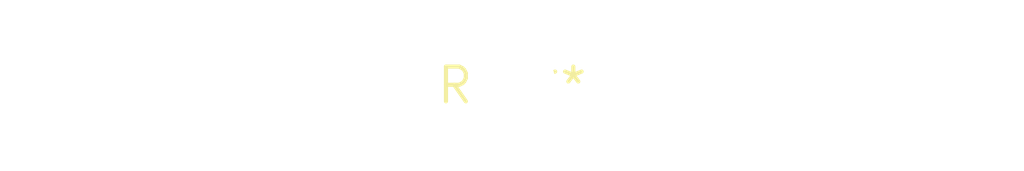
<source format=kicad_pcb>
(kicad_pcb (version 20240108) (generator pcbnew)
  (layers (0 "F.Cu" signal) (31 "B.Cu" signal) (34 "B.Paste" user) (35 "F.Paste" user) (36 "B.SilkS" user "B.Silkscreen") (37 "F.SilkS" user "F.Silkscreen") (38 "B.Mask" user) (39 "F.Mask" user) (44 "Edge.Cuts" user))
  (net 0 "")
  (footprint "MountingHole_3.2mm_M3_ISO7380_Pad" (layer "F.Cu") (at 0 0)
    (property "Reference" "REF**")
    (property "Value" "MountingHole_3.2mm_M3_ISO7380_Pad")
    (pad "1" thru_hole circle (at 0 0) (size 5.7 5.7) (drill 3.2) (layers *.Cu *.Mask) (remove_unused_layers))
  )
)
</source>
